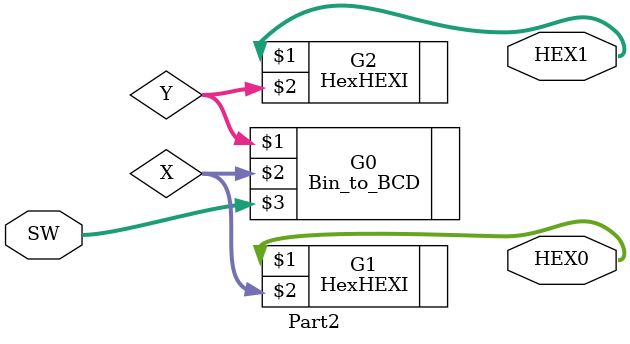
<source format=sv>
module Part2(SW, HEX0, HEX1);
	input [3:0] SW;
	output [0:6] HEX0, HEX1;
	
	logic [3:0] X, Y;
	//always @(SW) begin
	//	if (SW > 9) begin
		
			Bin_to_BCD G0(Y, X, SW);
			HexHEXI G1(HEX0, X);
			HexHEXI G2(HEX1, Y);
	//	end
	
	//	else begin
	//		HexHEXI G3(HEX0, SW);
	//	end
//	end
endmodule
	//module HexHEXI(Hex, S);

</source>
